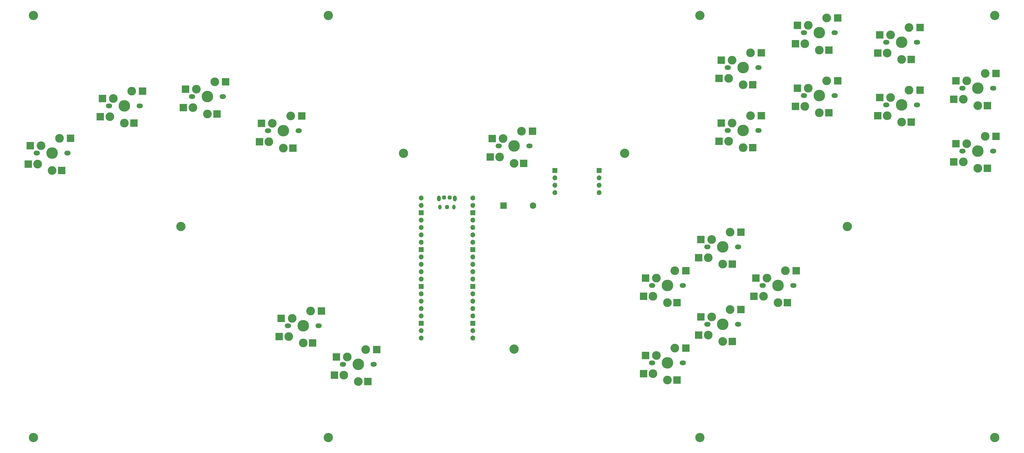
<source format=gbs>
G04 #@! TF.GenerationSoftware,KiCad,Pcbnew,(6.0.4)*
G04 #@! TF.CreationDate,2022-05-10T23:12:15-07:00*
G04 #@! TF.ProjectId,GCCMX,4743434d-582e-46b6-9963-61645f706362,rev?*
G04 #@! TF.SameCoordinates,Original*
G04 #@! TF.FileFunction,Soldermask,Bot*
G04 #@! TF.FilePolarity,Negative*
%FSLAX46Y46*%
G04 Gerber Fmt 4.6, Leading zero omitted, Abs format (unit mm)*
G04 Created by KiCad (PCBNEW (6.0.4)) date 2022-05-10 23:12:15*
%MOMM*%
%LPD*%
G01*
G04 APERTURE LIST*
G04 Aperture macros list*
%AMRoundRect*
0 Rectangle with rounded corners*
0 $1 Rounding radius*
0 $2 $3 $4 $5 $6 $7 $8 $9 X,Y pos of 4 corners*
0 Add a 4 corners polygon primitive as box body*
4,1,4,$2,$3,$4,$5,$6,$7,$8,$9,$2,$3,0*
0 Add four circle primitives for the rounded corners*
1,1,$1+$1,$2,$3*
1,1,$1+$1,$4,$5*
1,1,$1+$1,$6,$7*
1,1,$1+$1,$8,$9*
0 Add four rect primitives between the rounded corners*
20,1,$1+$1,$2,$3,$4,$5,0*
20,1,$1+$1,$4,$5,$6,$7,0*
20,1,$1+$1,$6,$7,$8,$9,0*
20,1,$1+$1,$8,$9,$2,$3,0*%
G04 Aperture macros list end*
%ADD10C,3.429000*%
%ADD11C,3.000000*%
%ADD12C,3.987800*%
%ADD13C,1.701800*%
%ADD14R,2.600000X2.600000*%
%ADD15R,2.550000X2.500000*%
%ADD16C,3.200000*%
%ADD17O,1.300000X2.000000*%
%ADD18O,1.200000X1.650000*%
%ADD19O,1.700000X1.700000*%
%ADD20R,1.700000X1.700000*%
%ADD21RoundRect,0.255906X-0.394094X-0.394094X0.394094X-0.394094X0.394094X0.394094X-0.394094X0.394094X0*%
%ADD22R,2.200000X2.200000*%
%ADD23O,2.200000X2.200000*%
G04 APERTURE END LIST*
D10*
X94294945Y-112388868D03*
D11*
X89294945Y-116138868D03*
X90484945Y-109848868D03*
D12*
X94294945Y-112388868D03*
D13*
X99374945Y-112388868D03*
X89214945Y-112388868D03*
X99794945Y-112388868D03*
X88794945Y-112388868D03*
D11*
X94294945Y-118338868D03*
X96834945Y-107308868D03*
D14*
X97569945Y-118338868D03*
D15*
X100584945Y-107308868D03*
X86734945Y-109848868D03*
D14*
X86019945Y-116138868D03*
D12*
X122918213Y-109198028D03*
D10*
X122918213Y-109198028D03*
D13*
X117838213Y-109198028D03*
X117418213Y-109198028D03*
X128418213Y-109198028D03*
D11*
X119108213Y-106658028D03*
D13*
X127998213Y-109198028D03*
D11*
X117918213Y-112948028D03*
X125458213Y-104118028D03*
X122918213Y-115148028D03*
D15*
X129208213Y-104118028D03*
D14*
X126193213Y-115148028D03*
X114643213Y-112948028D03*
D15*
X115358213Y-106658028D03*
D10*
X149100000Y-120967500D03*
D13*
X154600000Y-120967500D03*
D11*
X149100000Y-126917500D03*
D13*
X154180000Y-120967500D03*
X144020000Y-120967500D03*
D12*
X149100000Y-120967500D03*
D11*
X151640000Y-115887500D03*
X145290000Y-118427500D03*
D13*
X143600000Y-120967500D03*
D11*
X144100000Y-124717500D03*
D14*
X152375000Y-126917500D03*
D15*
X155390000Y-115887500D03*
X141540000Y-118427500D03*
D14*
X140825000Y-124717500D03*
D13*
X301988253Y-99175054D03*
D11*
X310028253Y-94095054D03*
D10*
X307488253Y-99175054D03*
D12*
X307488253Y-99175054D03*
D13*
X302408253Y-99175054D03*
D11*
X302488253Y-102925054D03*
X303678253Y-96635054D03*
D13*
X312988253Y-99175054D03*
X312568253Y-99175054D03*
D11*
X307488253Y-105125054D03*
D15*
X313778253Y-94095054D03*
D14*
X310763253Y-105125054D03*
D15*
X299928253Y-96635054D03*
D14*
X299213253Y-102925054D03*
D11*
X333768452Y-93137595D03*
D13*
X339268452Y-87187595D03*
X328688452Y-87187595D03*
D11*
X328768452Y-90937595D03*
D13*
X328268452Y-87187595D03*
D11*
X329958452Y-84647595D03*
D13*
X338848452Y-87187595D03*
D10*
X333768452Y-87187595D03*
D12*
X333768452Y-87187595D03*
D11*
X336308452Y-82107595D03*
D14*
X337043452Y-93137595D03*
D15*
X340058452Y-82107595D03*
X326208452Y-84647595D03*
D14*
X325493452Y-90937595D03*
D13*
X312568253Y-120815054D03*
D12*
X307488253Y-120815054D03*
D11*
X303678253Y-118275054D03*
D10*
X307488253Y-120815054D03*
D11*
X310028253Y-115735054D03*
X302488253Y-124565054D03*
D13*
X302408253Y-120815054D03*
D11*
X307488253Y-126765054D03*
D13*
X312988253Y-120815054D03*
X301988253Y-120815054D03*
D14*
X310763253Y-126765054D03*
D15*
X313778253Y-115735054D03*
D14*
X299213253Y-124565054D03*
D15*
X299928253Y-118275054D03*
D13*
X223100000Y-126206250D03*
X233680000Y-126206250D03*
X223520000Y-126206250D03*
D10*
X228600000Y-126206250D03*
D12*
X228600000Y-126206250D03*
D13*
X234100000Y-126206250D03*
D11*
X223600000Y-129956250D03*
X228600000Y-132156250D03*
X224790000Y-123666250D03*
X231140000Y-121126250D03*
D14*
X231875000Y-132156250D03*
D15*
X234890000Y-121126250D03*
X221040000Y-123666250D03*
D14*
X220325000Y-129956250D03*
D13*
X180419603Y-201442263D03*
X169839603Y-201442263D03*
D11*
X171109603Y-198902263D03*
X177459603Y-196362263D03*
X169919603Y-205192263D03*
X174919603Y-207392263D03*
D10*
X174919603Y-201442263D03*
D12*
X174919603Y-201442263D03*
D13*
X179999603Y-201442263D03*
X169419603Y-201442263D03*
D15*
X181209603Y-196362263D03*
D14*
X178194603Y-207392263D03*
D15*
X167359603Y-198902263D03*
D14*
X166644603Y-205192263D03*
D13*
X150814603Y-188121263D03*
D11*
X152084603Y-185581263D03*
X155894603Y-194071263D03*
X150894603Y-191871263D03*
D13*
X160974603Y-188121263D03*
D11*
X158434603Y-183041263D03*
D12*
X155894603Y-188121263D03*
D13*
X161394603Y-188121263D03*
X150394603Y-188121263D03*
D10*
X155894603Y-188121263D03*
D14*
X159169603Y-194071263D03*
D15*
X162184603Y-183041263D03*
D14*
X147619603Y-191871263D03*
D15*
X148334603Y-185581263D03*
D13*
X357037169Y-90414988D03*
X367197169Y-90414988D03*
X367617169Y-90414988D03*
D11*
X357117169Y-94164988D03*
D10*
X362117169Y-90414988D03*
D11*
X358307169Y-87874988D03*
X364657169Y-85334988D03*
D13*
X356617169Y-90414988D03*
D11*
X362117169Y-96364988D03*
D12*
X362117169Y-90414988D03*
D15*
X368407169Y-85334988D03*
D14*
X365392169Y-96364988D03*
D15*
X354557169Y-87874988D03*
D14*
X353842169Y-94164988D03*
D13*
X393841283Y-106321424D03*
D11*
X384531283Y-103781424D03*
D13*
X382841283Y-106321424D03*
X383261283Y-106321424D03*
D11*
X383341283Y-110071424D03*
D13*
X393421283Y-106321424D03*
D10*
X388341283Y-106321424D03*
D12*
X388341283Y-106321424D03*
D11*
X390881283Y-101241424D03*
X388341283Y-112271424D03*
D14*
X391616283Y-112271424D03*
D15*
X394631283Y-101241424D03*
D14*
X380066283Y-110071424D03*
D15*
X380781283Y-103781424D03*
D11*
X283967453Y-195854578D03*
D12*
X281427453Y-200934578D03*
D11*
X281427453Y-206884578D03*
D13*
X286507453Y-200934578D03*
D10*
X281427453Y-200934578D03*
D11*
X276427453Y-204684578D03*
D13*
X276347453Y-200934578D03*
X286927453Y-200934578D03*
X275927453Y-200934578D03*
D11*
X277617453Y-198394578D03*
D15*
X287717453Y-195854578D03*
D14*
X284702453Y-206884578D03*
X273152453Y-204684578D03*
D15*
X273867453Y-198394578D03*
D13*
X295372453Y-187613578D03*
D11*
X295452453Y-191363578D03*
D13*
X305532453Y-187613578D03*
D11*
X296642453Y-185073578D03*
X302992453Y-182533578D03*
D13*
X294952453Y-187613578D03*
D11*
X300452453Y-193563578D03*
D12*
X300452453Y-187613578D03*
D10*
X300452453Y-187613578D03*
D13*
X305952453Y-187613578D03*
D14*
X303727453Y-193563578D03*
D15*
X306742453Y-182533578D03*
X292892453Y-185073578D03*
D14*
X292177453Y-191363578D03*
D13*
X324977453Y-174292578D03*
X313977453Y-174292578D03*
D12*
X319477453Y-174292578D03*
D11*
X314477453Y-178042578D03*
D13*
X314397453Y-174292578D03*
D11*
X319477453Y-180242578D03*
D13*
X324557453Y-174292578D03*
D11*
X315667453Y-171752578D03*
X322017453Y-169212578D03*
D10*
X319477453Y-174292578D03*
D14*
X322752453Y-180242578D03*
D15*
X325767453Y-169212578D03*
X311917453Y-171752578D03*
D14*
X311202453Y-178042578D03*
D12*
X281427453Y-174292578D03*
D11*
X281427453Y-180242578D03*
D13*
X286507453Y-174292578D03*
X276347453Y-174292578D03*
D11*
X283967453Y-169212578D03*
D13*
X275927453Y-174292578D03*
D11*
X277617453Y-171752578D03*
D10*
X281427453Y-174292578D03*
D11*
X276427453Y-178042578D03*
D13*
X286927453Y-174292578D03*
D14*
X284702453Y-180242578D03*
D15*
X287717453Y-169212578D03*
X273867453Y-171752578D03*
D14*
X273152453Y-178042578D03*
D13*
X305952453Y-160971578D03*
X295372453Y-160971578D03*
D12*
X300452453Y-160971578D03*
D11*
X300452453Y-166921578D03*
D13*
X305532453Y-160971578D03*
D11*
X296642453Y-158431578D03*
D13*
X294952453Y-160971578D03*
D11*
X302992453Y-155891578D03*
X295452453Y-164721578D03*
D10*
X300452453Y-160971578D03*
D15*
X306742453Y-155891578D03*
D14*
X303727453Y-166921578D03*
D15*
X292892453Y-158431578D03*
D14*
X292177453Y-164721578D03*
D13*
X393841283Y-127961424D03*
X382841283Y-127961424D03*
X393421283Y-127961424D03*
D11*
X390881283Y-122881424D03*
D13*
X383261283Y-127961424D03*
D11*
X383341283Y-131711424D03*
X388341283Y-133911424D03*
X384531283Y-125421424D03*
D12*
X388341283Y-127961424D03*
D10*
X388341283Y-127961424D03*
D15*
X394631283Y-122881424D03*
D14*
X391616283Y-133911424D03*
X380066283Y-131711424D03*
D15*
X380781283Y-125421424D03*
D11*
X364657169Y-106974988D03*
X357117169Y-115804988D03*
D12*
X362117169Y-112054988D03*
D11*
X362117169Y-118004988D03*
D13*
X356617169Y-112054988D03*
X367197169Y-112054988D03*
X367617169Y-112054988D03*
D10*
X362117169Y-112054988D03*
D13*
X357037169Y-112054988D03*
D11*
X358307169Y-109514988D03*
D15*
X368407169Y-106974988D03*
D14*
X365392169Y-118004988D03*
X353842169Y-115804988D03*
D15*
X354557169Y-109514988D03*
D13*
X338848452Y-108827595D03*
D10*
X333768452Y-108827595D03*
D11*
X336308452Y-103747595D03*
D13*
X328688452Y-108827595D03*
D11*
X328768452Y-112577595D03*
X333768452Y-114777595D03*
D12*
X333768452Y-108827595D03*
D13*
X328268452Y-108827595D03*
X339268452Y-108827595D03*
D11*
X329958452Y-106287595D03*
D15*
X340058452Y-103747595D03*
D14*
X337043452Y-114777595D03*
D15*
X326208452Y-106287595D03*
D14*
X325493452Y-112577595D03*
D13*
X74508481Y-128668351D03*
X63928481Y-128668351D03*
D10*
X69428481Y-128668351D03*
D11*
X64428481Y-132418351D03*
D12*
X69428481Y-128668351D03*
D11*
X71968481Y-123588351D03*
D13*
X64348481Y-128668351D03*
X74928481Y-128668351D03*
D11*
X69428481Y-134618351D03*
X65618481Y-126128351D03*
D14*
X72703481Y-134618351D03*
D15*
X75718481Y-123588351D03*
D14*
X61153481Y-132418351D03*
D15*
X61868481Y-126128351D03*
D16*
X394200000Y-81200000D03*
X394200000Y-226700000D03*
X164600000Y-81200000D03*
X292600000Y-81200000D03*
X228600000Y-196200000D03*
X164600000Y-226700000D03*
X292600000Y-226700000D03*
X113800000Y-153950000D03*
X190500000Y-128746250D03*
X266700000Y-128746250D03*
X343400000Y-153950000D03*
X63000000Y-226700000D03*
X63000000Y-81200000D03*
D17*
X202704745Y-144270468D03*
X208154745Y-144270468D03*
D18*
X203004745Y-147300468D03*
X207854745Y-147300468D03*
D19*
X196539745Y-144140468D03*
X196539745Y-146680468D03*
D20*
X196539745Y-149220468D03*
D19*
X196539745Y-151760468D03*
X196539745Y-154300468D03*
X196539745Y-156840468D03*
X196539745Y-159380468D03*
D20*
X196539745Y-161920468D03*
D19*
X196539745Y-164460468D03*
X196539745Y-167000468D03*
X196539745Y-169540468D03*
X196539745Y-172080468D03*
D20*
X196539745Y-174620468D03*
D19*
X196539745Y-177160468D03*
X196539745Y-179700468D03*
X196539745Y-182240468D03*
X196539745Y-184780468D03*
D20*
X196539745Y-187320468D03*
D19*
X196539745Y-189860468D03*
X196539745Y-192400468D03*
X214319745Y-192400468D03*
X214319745Y-189860468D03*
D20*
X214319745Y-187320468D03*
D19*
X214319745Y-184780468D03*
X214319745Y-182240468D03*
X214319745Y-179700468D03*
X214319745Y-177160468D03*
D20*
X214319745Y-174620468D03*
D19*
X214319745Y-172080468D03*
X214319745Y-169540468D03*
X214319745Y-167000468D03*
X214319745Y-164460468D03*
D20*
X214319745Y-161920468D03*
D19*
X214319745Y-159380468D03*
X214319745Y-156840468D03*
X214319745Y-154300468D03*
X214319745Y-151760468D03*
D20*
X214319745Y-149220468D03*
D19*
X214319745Y-146680468D03*
X214319745Y-144140468D03*
D21*
X204429745Y-143970468D03*
X206429745Y-143970468D03*
X205429745Y-147270468D03*
D22*
X224917000Y-146729668D03*
D23*
X235077000Y-146729668D03*
D20*
X257870945Y-134613868D03*
D19*
X257870945Y-137153868D03*
X257870945Y-139693868D03*
X257870945Y-142233868D03*
D20*
X242630945Y-134613868D03*
D19*
X242630945Y-137153868D03*
X242630945Y-139693868D03*
X242630945Y-142233868D03*
M02*

</source>
